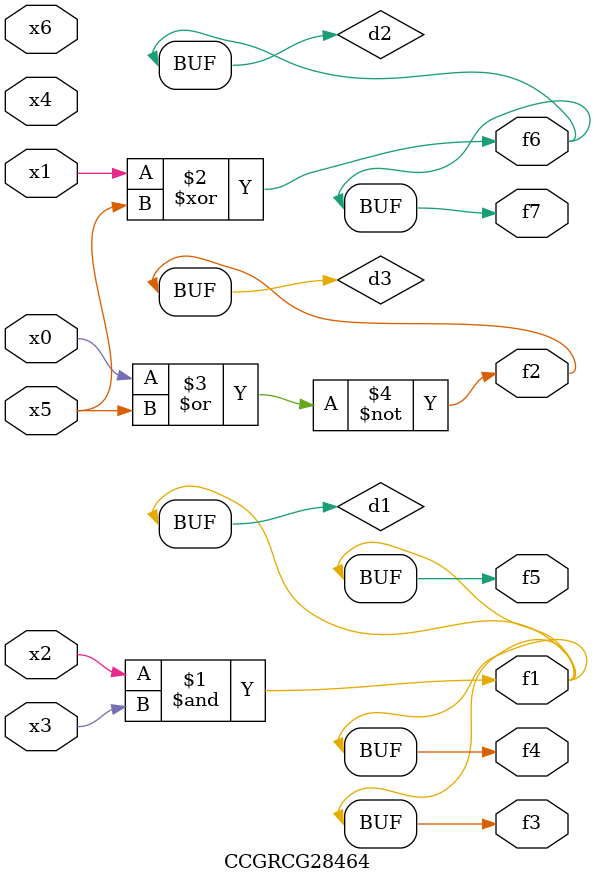
<source format=v>
module CCGRCG28464(
	input x0, x1, x2, x3, x4, x5, x6,
	output f1, f2, f3, f4, f5, f6, f7
);

	wire d1, d2, d3;

	and (d1, x2, x3);
	xor (d2, x1, x5);
	nor (d3, x0, x5);
	assign f1 = d1;
	assign f2 = d3;
	assign f3 = d1;
	assign f4 = d1;
	assign f5 = d1;
	assign f6 = d2;
	assign f7 = d2;
endmodule

</source>
